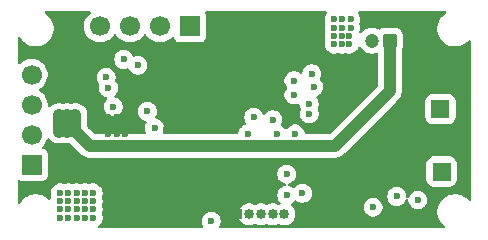
<source format=gbr>
%TF.GenerationSoftware,KiCad,Pcbnew,9.0.4*%
%TF.CreationDate,2025-10-30T10:47:44-04:00*%
%TF.ProjectId,SERVO-ESC,53455256-4f2d-4455-9343-2e6b69636164,rev?*%
%TF.SameCoordinates,Original*%
%TF.FileFunction,Copper,L3,Inr*%
%TF.FilePolarity,Positive*%
%FSLAX46Y46*%
G04 Gerber Fmt 4.6, Leading zero omitted, Abs format (unit mm)*
G04 Created by KiCad (PCBNEW 9.0.4) date 2025-10-30 10:47:44*
%MOMM*%
%LPD*%
G01*
G04 APERTURE LIST*
G04 Aperture macros list*
%AMRoundRect*
0 Rectangle with rounded corners*
0 $1 Rounding radius*
0 $2 $3 $4 $5 $6 $7 $8 $9 X,Y pos of 4 corners*
0 Add a 4 corners polygon primitive as box body*
4,1,4,$2,$3,$4,$5,$6,$7,$8,$9,$2,$3,0*
0 Add four circle primitives for the rounded corners*
1,1,$1+$1,$2,$3*
1,1,$1+$1,$4,$5*
1,1,$1+$1,$6,$7*
1,1,$1+$1,$8,$9*
0 Add four rect primitives between the rounded corners*
20,1,$1+$1,$2,$3,$4,$5,0*
20,1,$1+$1,$4,$5,$6,$7,0*
20,1,$1+$1,$6,$7,$8,$9,0*
20,1,$1+$1,$8,$9,$2,$3,0*%
G04 Aperture macros list end*
%TA.AperFunction,ComponentPad*%
%ADD10RoundRect,0.250000X0.350000X0.350000X-0.350000X0.350000X-0.350000X-0.350000X0.350000X-0.350000X0*%
%TD*%
%TA.AperFunction,ComponentPad*%
%ADD11C,1.200000*%
%TD*%
%TA.AperFunction,ComponentPad*%
%ADD12RoundRect,0.250000X-0.550000X-0.550000X0.550000X-0.550000X0.550000X0.550000X-0.550000X0.550000X0*%
%TD*%
%TA.AperFunction,ComponentPad*%
%ADD13R,0.850000X0.850000*%
%TD*%
%TA.AperFunction,ComponentPad*%
%ADD14C,0.850000*%
%TD*%
%TA.AperFunction,ComponentPad*%
%ADD15R,1.700000X1.700000*%
%TD*%
%TA.AperFunction,ComponentPad*%
%ADD16C,1.700000*%
%TD*%
%TA.AperFunction,ViaPad*%
%ADD17C,0.600000*%
%TD*%
%TA.AperFunction,Conductor*%
%ADD18C,1.000000*%
%TD*%
G04 APERTURE END LIST*
D10*
%TO.N,+7V*%
%TO.C,C4*%
X81522600Y-33600000D03*
D11*
%TO.N,GND*%
X80022600Y-33600000D03*
%TD*%
D12*
%TO.N,HBRIDGE+*%
%TO.C,J6*%
X85900000Y-44700000D03*
%TD*%
%TO.N,HBRIDGE-*%
%TO.C,J5*%
X85800000Y-39400000D03*
%TD*%
D13*
%TO.N,+3.3V*%
%TO.C,MAG*%
X68600000Y-48310000D03*
D14*
%TO.N,GND*%
X69600000Y-48310000D03*
%TO.N,MAG-SCLK*%
X70600000Y-48310000D03*
%TO.N,MAG-MISO*%
X71600000Y-48310000D03*
%TO.N,MAG-MOSI*%
X72600000Y-48310000D03*
%TD*%
D15*
%TO.N,GND*%
%TO.C,J1*%
X51200000Y-44110000D03*
D16*
%TO.N,I2C-SCL-2*%
X51200000Y-41570000D03*
%TO.N,I2C-SDA-2*%
X51200000Y-39030000D03*
%TO.N,+SV*%
X51200000Y-36490000D03*
%TD*%
D15*
%TO.N,SWCLK*%
%TO.C,J2*%
X64600000Y-32400000D03*
D16*
%TO.N,SWDIO*%
X62060000Y-32400000D03*
%TO.N,GND*%
X59520000Y-32400000D03*
%TO.N,3.3V*%
X56980000Y-32400000D03*
%TD*%
D17*
%TO.N,GND*%
X56400000Y-48600000D03*
X55700000Y-48600000D03*
X55000000Y-48600000D03*
X54300000Y-48600000D03*
X53600000Y-48600000D03*
X56400000Y-47900000D03*
X56400000Y-47200000D03*
X56400000Y-46500000D03*
X55700000Y-47900000D03*
X55000000Y-47900000D03*
X54300000Y-47900000D03*
X53600000Y-47900000D03*
X55700000Y-47200000D03*
X55000000Y-47200000D03*
X54300000Y-47200000D03*
X53600000Y-47200000D03*
X55700000Y-46500000D03*
X55000000Y-46500000D03*
X54300000Y-46500000D03*
X53600000Y-46500000D03*
X78100000Y-33900000D03*
X77500000Y-33900000D03*
X76800000Y-33900000D03*
X78100000Y-33200000D03*
X77500000Y-33200000D03*
X76800000Y-33200000D03*
X78200000Y-32500000D03*
X77500000Y-32500000D03*
X76800000Y-32500000D03*
X78200000Y-31800000D03*
X77500000Y-31800000D03*
X76800000Y-31800000D03*
%TO.N,+3.3V*%
X68100000Y-33500000D03*
%TO.N,TMP102-INT*%
X70000000Y-40100000D03*
X61600000Y-41000000D03*
X61000000Y-39600000D03*
%TO.N,HBRIDGE-FAULT*%
X74124265Y-46524265D03*
%TO.N,HBRIDGE-VREF*%
X72800000Y-46700000D03*
%TO.N,HBRIDGE-IPROPI*%
X72800000Y-44900000D03*
%TO.N,MAG-MISO*%
X71950000Y-41501000D03*
%TO.N,MAG-MOSI*%
X73500000Y-41501000D03*
%TO.N,MAG-SCLK*%
X71600000Y-40300000D03*
%TO.N,+3.3V*%
X75200000Y-45900000D03*
X78000000Y-35900000D03*
X62600000Y-41200000D03*
%TO.N,RGB-LED-RED*%
X69500000Y-41500000D03*
%TO.N,+3.3V*%
X61100000Y-34500000D03*
%TO.N,I2C-SCL-1*%
X73400000Y-38200000D03*
%TO.N,I2C-SDA-1*%
X73400000Y-37000000D03*
%TO.N,I2C-SCL-1*%
X57700000Y-37600000D03*
%TO.N,RGB-LED-RED*%
X66400000Y-48900000D03*
%TO.N,SWCLK*%
X74900000Y-36400000D03*
%TO.N,SWDIO*%
X75100000Y-37500000D03*
%TO.N,I2C-SCL-2*%
X74700000Y-39800003D03*
%TO.N,I2C-SDA-2*%
X74700000Y-39000000D03*
%TO.N,+3.3V*%
X84800000Y-48600000D03*
%TO.N,HBRIDGE-VREF*%
X82100000Y-46800000D03*
%TO.N,HBRIDGE-IPROPI*%
X83900000Y-47100000D03*
%TO.N,+3.3V*%
X75400000Y-33500000D03*
X75400000Y-32600000D03*
X79300000Y-37500000D03*
%TO.N,HBRIDGE-FAULT*%
X80100000Y-47700000D03*
%TO.N,+3.3V*%
X57700000Y-41500000D03*
X59100000Y-41500000D03*
X58400000Y-41500000D03*
X59100000Y-40800000D03*
X58400000Y-40800000D03*
X57700000Y-40800000D03*
X57000000Y-40800000D03*
X56200000Y-40800000D03*
X59100000Y-40100000D03*
X58400000Y-40100000D03*
X57700000Y-40100000D03*
X57000000Y-40100000D03*
X56250000Y-40100000D03*
%TO.N,GND*%
X58100000Y-39200000D03*
%TO.N,+7V*%
X54900000Y-41300000D03*
X54200000Y-41300000D03*
X53500000Y-41300000D03*
X54900000Y-40600000D03*
X54200000Y-40600000D03*
X53500000Y-40600000D03*
X54900000Y-39900000D03*
X54200000Y-39900000D03*
X53500000Y-39900000D03*
%TO.N,GND*%
X57500000Y-36700000D03*
%TO.N,I2C-SDA-1*%
X60200000Y-35700000D03*
%TO.N,INA236-INT*%
X59000000Y-35200000D03*
%TD*%
D18*
%TO.N,+7V*%
X81522600Y-37877400D02*
X81522600Y-33600000D01*
X76899000Y-42501000D02*
X81522600Y-37877400D01*
X56101000Y-42501000D02*
X76899000Y-42501000D01*
X54200000Y-40600000D02*
X56101000Y-42501000D01*
X54900000Y-39900000D02*
X54900000Y-41300000D01*
X54200000Y-39900000D02*
X54200000Y-41300000D01*
X53500000Y-39900000D02*
X53500000Y-41300000D01*
%TD*%
%TA.AperFunction,Conductor*%
%TO.N,+3.3V*%
G36*
X86246488Y-31120185D02*
G01*
X86292243Y-31172989D01*
X86302187Y-31242147D01*
X86273162Y-31305703D01*
X86252337Y-31324815D01*
X86072490Y-31455483D01*
X86072488Y-31455485D01*
X86072487Y-31455485D01*
X85905485Y-31622487D01*
X85905485Y-31622488D01*
X85905483Y-31622490D01*
X85892104Y-31640905D01*
X85766657Y-31813566D01*
X85659433Y-32024003D01*
X85586446Y-32248631D01*
X85549500Y-32481902D01*
X85549500Y-32718097D01*
X85586446Y-32951368D01*
X85659433Y-33175996D01*
X85751906Y-33357482D01*
X85766657Y-33386433D01*
X85905483Y-33577510D01*
X86072490Y-33744517D01*
X86263567Y-33883343D01*
X86362991Y-33934002D01*
X86474003Y-33990566D01*
X86474005Y-33990566D01*
X86474008Y-33990568D01*
X86572115Y-34022445D01*
X86698631Y-34063553D01*
X86931903Y-34100500D01*
X86931908Y-34100500D01*
X87168097Y-34100500D01*
X87401368Y-34063553D01*
X87625992Y-33990568D01*
X87836433Y-33883343D01*
X88027510Y-33744517D01*
X88187819Y-33584208D01*
X88249142Y-33550723D01*
X88318834Y-33555707D01*
X88374767Y-33597579D01*
X88399184Y-33663043D01*
X88399500Y-33671889D01*
X88399500Y-47028111D01*
X88379815Y-47095150D01*
X88327011Y-47140905D01*
X88257853Y-47150849D01*
X88194297Y-47121824D01*
X88187819Y-47115792D01*
X88027512Y-46955485D01*
X88027510Y-46955483D01*
X87836433Y-46816657D01*
X87625996Y-46709433D01*
X87401368Y-46636446D01*
X87168097Y-46599500D01*
X87168092Y-46599500D01*
X86931908Y-46599500D01*
X86931903Y-46599500D01*
X86698631Y-46636446D01*
X86474003Y-46709433D01*
X86263566Y-46816657D01*
X86217674Y-46850000D01*
X86072490Y-46955483D01*
X86072488Y-46955485D01*
X86072487Y-46955485D01*
X85905485Y-47122487D01*
X85905485Y-47122488D01*
X85905483Y-47122490D01*
X85856647Y-47189707D01*
X85766657Y-47313566D01*
X85659433Y-47524003D01*
X85586446Y-47748631D01*
X85549500Y-47981902D01*
X85549500Y-48218097D01*
X85586446Y-48451368D01*
X85659433Y-48675996D01*
X85739685Y-48833497D01*
X85766657Y-48886433D01*
X85905483Y-49077510D01*
X86072490Y-49244517D01*
X86110865Y-49272398D01*
X86114697Y-49275182D01*
X86157362Y-49330513D01*
X86163341Y-49400126D01*
X86130735Y-49461921D01*
X86069896Y-49496278D01*
X86041811Y-49499500D01*
X67194168Y-49499500D01*
X67127129Y-49479815D01*
X67081374Y-49427011D01*
X67071430Y-49357853D01*
X67091067Y-49306608D01*
X67109389Y-49279187D01*
X67109390Y-49279184D01*
X67109394Y-49279179D01*
X67169737Y-49133497D01*
X67200500Y-48978842D01*
X67200500Y-48821158D01*
X67200500Y-48821155D01*
X67200499Y-48821153D01*
X67187657Y-48756592D01*
X67169737Y-48666503D01*
X67109534Y-48521158D01*
X67109397Y-48520827D01*
X67109390Y-48520814D01*
X67029436Y-48401156D01*
X68674499Y-48401156D01*
X68710065Y-48579952D01*
X68710068Y-48579962D01*
X68779831Y-48748387D01*
X68779833Y-48748391D01*
X68881113Y-48899967D01*
X68881119Y-48899975D01*
X69010024Y-49028880D01*
X69010032Y-49028886D01*
X69161608Y-49130166D01*
X69161612Y-49130168D01*
X69330037Y-49199931D01*
X69330042Y-49199933D01*
X69330046Y-49199933D01*
X69330047Y-49199934D01*
X69508843Y-49235500D01*
X69508846Y-49235500D01*
X69691156Y-49235500D01*
X69811445Y-49211572D01*
X69869958Y-49199933D01*
X70038389Y-49130167D01*
X70038394Y-49130163D01*
X70041541Y-49128482D01*
X70043386Y-49128097D01*
X70044018Y-49127836D01*
X70044067Y-49127955D01*
X70109943Y-49114236D01*
X70158459Y-49128482D01*
X70161615Y-49130169D01*
X70330037Y-49199931D01*
X70330042Y-49199933D01*
X70330046Y-49199933D01*
X70330047Y-49199934D01*
X70508843Y-49235500D01*
X70508846Y-49235500D01*
X70691156Y-49235500D01*
X70811445Y-49211572D01*
X70869958Y-49199933D01*
X71038389Y-49130167D01*
X71038394Y-49130163D01*
X71041541Y-49128482D01*
X71043386Y-49128097D01*
X71044018Y-49127836D01*
X71044067Y-49127955D01*
X71109943Y-49114236D01*
X71158459Y-49128482D01*
X71161615Y-49130169D01*
X71330037Y-49199931D01*
X71330042Y-49199933D01*
X71330046Y-49199933D01*
X71330047Y-49199934D01*
X71508843Y-49235500D01*
X71508846Y-49235500D01*
X71691156Y-49235500D01*
X71811445Y-49211572D01*
X71869958Y-49199933D01*
X72038389Y-49130167D01*
X72038394Y-49130163D01*
X72041541Y-49128482D01*
X72043386Y-49128097D01*
X72044018Y-49127836D01*
X72044067Y-49127955D01*
X72109943Y-49114236D01*
X72158459Y-49128482D01*
X72161615Y-49130169D01*
X72330037Y-49199931D01*
X72330042Y-49199933D01*
X72330046Y-49199933D01*
X72330047Y-49199934D01*
X72508843Y-49235500D01*
X72508846Y-49235500D01*
X72691156Y-49235500D01*
X72811445Y-49211572D01*
X72869958Y-49199933D01*
X73030369Y-49133489D01*
X73038387Y-49130168D01*
X73038391Y-49130166D01*
X73182695Y-49033745D01*
X73189972Y-49028883D01*
X73318883Y-48899972D01*
X73394465Y-48786855D01*
X73420166Y-48748391D01*
X73420168Y-48748387D01*
X73489931Y-48579962D01*
X73489933Y-48579958D01*
X73501698Y-48520814D01*
X73525500Y-48401156D01*
X73525500Y-48218843D01*
X73489934Y-48040047D01*
X73489933Y-48040046D01*
X73489933Y-48040042D01*
X73464584Y-47978844D01*
X73420168Y-47871612D01*
X73420166Y-47871608D01*
X73318886Y-47720032D01*
X73318880Y-47720024D01*
X73301760Y-47702904D01*
X73301760Y-47702905D01*
X73220008Y-47621153D01*
X79299500Y-47621153D01*
X79299500Y-47778846D01*
X79330261Y-47933489D01*
X79330264Y-47933501D01*
X79390602Y-48079172D01*
X79390609Y-48079185D01*
X79478210Y-48210288D01*
X79478213Y-48210292D01*
X79589707Y-48321786D01*
X79589711Y-48321789D01*
X79720814Y-48409390D01*
X79720827Y-48409397D01*
X79866498Y-48469735D01*
X79866503Y-48469737D01*
X79999943Y-48496280D01*
X80021153Y-48500499D01*
X80021156Y-48500500D01*
X80021158Y-48500500D01*
X80178844Y-48500500D01*
X80178845Y-48500499D01*
X80333497Y-48469737D01*
X80479179Y-48409394D01*
X80610289Y-48321789D01*
X80721789Y-48210289D01*
X80809394Y-48079179D01*
X80869737Y-47933497D01*
X80900500Y-47778842D01*
X80900500Y-47621158D01*
X80900500Y-47621155D01*
X80900499Y-47621153D01*
X80882566Y-47530999D01*
X80869737Y-47466503D01*
X80864584Y-47454062D01*
X80809397Y-47320827D01*
X80809390Y-47320814D01*
X80721789Y-47189711D01*
X80721786Y-47189707D01*
X80610292Y-47078213D01*
X80610288Y-47078210D01*
X80479185Y-46990609D01*
X80479172Y-46990602D01*
X80333501Y-46930264D01*
X80333489Y-46930261D01*
X80178845Y-46899500D01*
X80178842Y-46899500D01*
X80021158Y-46899500D01*
X80021155Y-46899500D01*
X79866510Y-46930261D01*
X79866498Y-46930264D01*
X79720827Y-46990602D01*
X79720814Y-46990609D01*
X79589711Y-47078210D01*
X79589707Y-47078213D01*
X79478213Y-47189707D01*
X79478210Y-47189711D01*
X79390609Y-47320814D01*
X79390602Y-47320827D01*
X79330264Y-47466498D01*
X79330261Y-47466510D01*
X79299500Y-47621153D01*
X73220008Y-47621153D01*
X73189972Y-47591117D01*
X73188751Y-47590301D01*
X73183457Y-47585026D01*
X73169414Y-47559418D01*
X73152981Y-47535292D01*
X73152816Y-47529151D01*
X73149862Y-47523763D01*
X73151893Y-47494634D01*
X73151112Y-47465447D01*
X73154294Y-47460190D01*
X73154722Y-47454062D01*
X73172179Y-47430652D01*
X73187301Y-47405680D01*
X73195735Y-47399067D01*
X73196492Y-47398053D01*
X73197522Y-47397666D01*
X73202091Y-47394085D01*
X73254996Y-47358734D01*
X73310289Y-47321789D01*
X73421789Y-47210289D01*
X73441891Y-47180204D01*
X73495502Y-47135400D01*
X73564827Y-47126691D01*
X73613884Y-47145993D01*
X73745079Y-47233655D01*
X73745092Y-47233662D01*
X73890763Y-47294000D01*
X73890768Y-47294002D01*
X74030447Y-47321786D01*
X74045418Y-47324764D01*
X74045421Y-47324765D01*
X74045423Y-47324765D01*
X74203109Y-47324765D01*
X74203110Y-47324764D01*
X74357762Y-47294002D01*
X74503444Y-47233659D01*
X74634554Y-47146054D01*
X74746054Y-47034554D01*
X74833659Y-46903444D01*
X74894002Y-46757762D01*
X74901284Y-46721153D01*
X81299500Y-46721153D01*
X81299500Y-46878846D01*
X81330261Y-47033489D01*
X81330264Y-47033501D01*
X81390602Y-47179172D01*
X81390609Y-47179185D01*
X81478210Y-47310288D01*
X81478213Y-47310292D01*
X81589707Y-47421786D01*
X81589711Y-47421789D01*
X81720814Y-47509390D01*
X81720827Y-47509397D01*
X81866498Y-47569735D01*
X81866503Y-47569737D01*
X81973967Y-47591113D01*
X82021153Y-47600499D01*
X82021156Y-47600500D01*
X82021158Y-47600500D01*
X82178844Y-47600500D01*
X82178845Y-47600499D01*
X82333497Y-47569737D01*
X82479179Y-47509394D01*
X82610289Y-47421789D01*
X82721789Y-47310289D01*
X82809394Y-47179179D01*
X82823140Y-47145993D01*
X82860939Y-47054738D01*
X82904779Y-47000334D01*
X82971074Y-46978269D01*
X83038773Y-46995548D01*
X83086384Y-47046685D01*
X83099500Y-47102190D01*
X83099500Y-47178846D01*
X83130261Y-47333489D01*
X83130264Y-47333501D01*
X83190602Y-47479172D01*
X83190609Y-47479185D01*
X83278210Y-47610288D01*
X83278213Y-47610292D01*
X83389707Y-47721786D01*
X83389711Y-47721789D01*
X83520814Y-47809390D01*
X83520827Y-47809397D01*
X83666498Y-47869735D01*
X83666503Y-47869737D01*
X83821153Y-47900499D01*
X83821156Y-47900500D01*
X83821158Y-47900500D01*
X83978844Y-47900500D01*
X83978845Y-47900499D01*
X84133497Y-47869737D01*
X84279179Y-47809394D01*
X84410289Y-47721789D01*
X84521789Y-47610289D01*
X84609394Y-47479179D01*
X84611828Y-47473304D01*
X84631205Y-47426522D01*
X84669737Y-47333497D01*
X84700500Y-47178842D01*
X84700500Y-47021158D01*
X84700500Y-47021155D01*
X84700499Y-47021153D01*
X84677085Y-46903444D01*
X84669737Y-46866503D01*
X84643246Y-46802547D01*
X84609397Y-46720827D01*
X84609390Y-46720814D01*
X84521789Y-46589711D01*
X84521786Y-46589707D01*
X84410292Y-46478213D01*
X84410288Y-46478210D01*
X84279185Y-46390609D01*
X84279172Y-46390602D01*
X84133501Y-46330264D01*
X84133489Y-46330261D01*
X83978845Y-46299500D01*
X83978842Y-46299500D01*
X83821158Y-46299500D01*
X83821155Y-46299500D01*
X83666510Y-46330261D01*
X83666498Y-46330264D01*
X83520827Y-46390602D01*
X83520814Y-46390609D01*
X83389711Y-46478210D01*
X83389707Y-46478213D01*
X83278213Y-46589707D01*
X83278210Y-46589711D01*
X83190609Y-46720814D01*
X83190602Y-46720827D01*
X83139061Y-46845261D01*
X83095220Y-46899665D01*
X83028926Y-46921730D01*
X82961227Y-46904451D01*
X82913616Y-46853314D01*
X82900500Y-46797809D01*
X82900500Y-46721155D01*
X82900499Y-46721153D01*
X82883650Y-46636447D01*
X82869737Y-46566503D01*
X82869735Y-46566498D01*
X82809397Y-46420827D01*
X82809390Y-46420814D01*
X82721789Y-46289711D01*
X82721786Y-46289707D01*
X82610292Y-46178213D01*
X82610288Y-46178210D01*
X82479185Y-46090609D01*
X82479172Y-46090602D01*
X82333501Y-46030264D01*
X82333489Y-46030261D01*
X82178845Y-45999500D01*
X82178842Y-45999500D01*
X82021158Y-45999500D01*
X82021155Y-45999500D01*
X81866510Y-46030261D01*
X81866498Y-46030264D01*
X81720827Y-46090602D01*
X81720814Y-46090609D01*
X81589711Y-46178210D01*
X81589707Y-46178213D01*
X81478213Y-46289707D01*
X81478210Y-46289711D01*
X81390609Y-46420814D01*
X81390602Y-46420827D01*
X81330264Y-46566498D01*
X81330261Y-46566510D01*
X81299500Y-46721153D01*
X74901284Y-46721153D01*
X74903615Y-46709433D01*
X74907307Y-46690875D01*
X74907307Y-46690874D01*
X74924765Y-46603109D01*
X74924765Y-46445420D01*
X74924764Y-46445418D01*
X74919937Y-46421153D01*
X74894002Y-46290768D01*
X74883949Y-46266498D01*
X74833662Y-46145092D01*
X74833655Y-46145079D01*
X74746054Y-46013976D01*
X74746051Y-46013972D01*
X74634557Y-45902478D01*
X74634553Y-45902475D01*
X74503450Y-45814874D01*
X74503437Y-45814867D01*
X74357766Y-45754529D01*
X74357754Y-45754526D01*
X74203110Y-45723765D01*
X74203107Y-45723765D01*
X74045423Y-45723765D01*
X74045420Y-45723765D01*
X73890775Y-45754526D01*
X73890763Y-45754529D01*
X73745092Y-45814867D01*
X73745079Y-45814874D01*
X73613976Y-45902475D01*
X73613972Y-45902478D01*
X73502476Y-46013974D01*
X73482372Y-46044062D01*
X73428758Y-46088866D01*
X73359433Y-46097572D01*
X73310380Y-46078271D01*
X73179185Y-45990609D01*
X73179172Y-45990602D01*
X73033501Y-45930264D01*
X73033489Y-45930261D01*
X72990033Y-45921617D01*
X72928122Y-45889232D01*
X72893548Y-45828517D01*
X72897287Y-45758747D01*
X72938154Y-45702075D01*
X72990033Y-45678383D01*
X73007940Y-45674820D01*
X73033497Y-45669737D01*
X73179179Y-45609394D01*
X73310289Y-45521789D01*
X73421789Y-45410289D01*
X73509394Y-45279179D01*
X73569737Y-45133497D01*
X73600500Y-44978842D01*
X73600500Y-44821158D01*
X73600500Y-44821155D01*
X73600499Y-44821153D01*
X73569738Y-44666510D01*
X73569737Y-44666503D01*
X73569735Y-44666498D01*
X73509397Y-44520827D01*
X73509390Y-44520814D01*
X73421789Y-44389711D01*
X73421786Y-44389707D01*
X73310292Y-44278213D01*
X73310288Y-44278210D01*
X73193191Y-44199968D01*
X73193142Y-44199936D01*
X73179179Y-44190606D01*
X73179172Y-44190602D01*
X73033501Y-44130264D01*
X73033489Y-44130261D01*
X72881273Y-44099983D01*
X84599500Y-44099983D01*
X84599500Y-45300001D01*
X84599501Y-45300018D01*
X84610000Y-45402796D01*
X84610001Y-45402799D01*
X84634052Y-45475379D01*
X84665186Y-45569334D01*
X84757288Y-45718656D01*
X84881344Y-45842712D01*
X85030666Y-45934814D01*
X85197203Y-45989999D01*
X85299991Y-46000500D01*
X86500008Y-46000499D01*
X86602797Y-45989999D01*
X86769334Y-45934814D01*
X86918656Y-45842712D01*
X87042712Y-45718656D01*
X87134814Y-45569334D01*
X87189999Y-45402797D01*
X87200500Y-45300009D01*
X87200499Y-44099992D01*
X87189999Y-43997203D01*
X87134814Y-43830666D01*
X87042712Y-43681344D01*
X86918656Y-43557288D01*
X86769334Y-43465186D01*
X86602797Y-43410001D01*
X86602795Y-43410000D01*
X86500010Y-43399500D01*
X85299998Y-43399500D01*
X85299981Y-43399501D01*
X85197203Y-43410000D01*
X85197200Y-43410001D01*
X85030668Y-43465185D01*
X85030663Y-43465187D01*
X84881342Y-43557289D01*
X84757289Y-43681342D01*
X84665187Y-43830663D01*
X84665186Y-43830666D01*
X84610001Y-43997203D01*
X84610001Y-43997204D01*
X84610000Y-43997204D01*
X84599500Y-44099983D01*
X72881273Y-44099983D01*
X72878845Y-44099500D01*
X72878842Y-44099500D01*
X72721158Y-44099500D01*
X72721155Y-44099500D01*
X72566510Y-44130261D01*
X72566498Y-44130264D01*
X72420827Y-44190602D01*
X72420814Y-44190609D01*
X72289711Y-44278210D01*
X72289707Y-44278213D01*
X72178213Y-44389707D01*
X72178210Y-44389711D01*
X72090609Y-44520814D01*
X72090602Y-44520827D01*
X72030264Y-44666498D01*
X72030261Y-44666510D01*
X71999500Y-44821153D01*
X71999500Y-44978846D01*
X72030261Y-45133489D01*
X72030264Y-45133501D01*
X72090602Y-45279172D01*
X72090609Y-45279185D01*
X72178210Y-45410288D01*
X72178213Y-45410292D01*
X72289707Y-45521786D01*
X72289711Y-45521789D01*
X72420814Y-45609390D01*
X72420827Y-45609397D01*
X72566498Y-45669735D01*
X72566503Y-45669737D01*
X72566507Y-45669737D01*
X72566508Y-45669738D01*
X72609967Y-45678383D01*
X72671878Y-45710768D01*
X72706452Y-45771484D01*
X72702712Y-45841253D01*
X72661845Y-45897925D01*
X72609967Y-45921617D01*
X72566508Y-45930261D01*
X72566498Y-45930264D01*
X72420827Y-45990602D01*
X72420814Y-45990609D01*
X72289711Y-46078210D01*
X72289707Y-46078213D01*
X72178213Y-46189707D01*
X72178210Y-46189711D01*
X72090609Y-46320814D01*
X72090602Y-46320827D01*
X72030264Y-46466498D01*
X72030261Y-46466510D01*
X71999500Y-46621153D01*
X71999500Y-46778846D01*
X72030261Y-46933489D01*
X72030264Y-46933501D01*
X72090602Y-47079172D01*
X72090609Y-47079185D01*
X72178210Y-47210288D01*
X72178213Y-47210292D01*
X72239791Y-47271870D01*
X72255035Y-47299788D01*
X72271730Y-47326884D01*
X72271666Y-47330244D01*
X72273276Y-47333193D01*
X72271006Y-47364922D01*
X72270402Y-47396741D01*
X72268531Y-47399533D01*
X72268292Y-47402885D01*
X72249224Y-47428355D01*
X72231517Y-47454790D01*
X72227713Y-47457089D01*
X72226420Y-47458818D01*
X72201468Y-47473304D01*
X72200463Y-47473739D01*
X72161611Y-47489833D01*
X72158343Y-47492015D01*
X72149358Y-47495915D01*
X72119497Y-47499630D01*
X72090040Y-47505761D01*
X72084142Y-47504029D01*
X72080023Y-47504542D01*
X72070775Y-47500104D01*
X72041556Y-47491525D01*
X72038394Y-47489835D01*
X71869958Y-47420067D01*
X71869952Y-47420065D01*
X71691156Y-47384500D01*
X71691154Y-47384500D01*
X71508846Y-47384500D01*
X71508844Y-47384500D01*
X71330047Y-47420065D01*
X71330041Y-47420067D01*
X71161605Y-47489835D01*
X71158444Y-47491525D01*
X71156600Y-47491908D01*
X71155984Y-47492164D01*
X71155935Y-47492047D01*
X71090040Y-47505761D01*
X71041556Y-47491525D01*
X71038394Y-47489835D01*
X70869958Y-47420067D01*
X70869952Y-47420065D01*
X70691156Y-47384500D01*
X70691154Y-47384500D01*
X70508846Y-47384500D01*
X70508844Y-47384500D01*
X70330047Y-47420065D01*
X70330041Y-47420067D01*
X70161605Y-47489835D01*
X70158444Y-47491525D01*
X70156600Y-47491908D01*
X70155984Y-47492164D01*
X70155935Y-47492047D01*
X70090040Y-47505761D01*
X70041556Y-47491525D01*
X70038394Y-47489835D01*
X69869958Y-47420067D01*
X69869952Y-47420065D01*
X69691156Y-47384500D01*
X69691154Y-47384500D01*
X69508846Y-47384500D01*
X69508844Y-47384500D01*
X69330047Y-47420065D01*
X69330037Y-47420068D01*
X69161612Y-47489831D01*
X69161608Y-47489833D01*
X69010032Y-47591113D01*
X69010024Y-47591119D01*
X68881119Y-47720024D01*
X68881113Y-47720032D01*
X68779833Y-47871608D01*
X68779831Y-47871612D01*
X68710068Y-48040037D01*
X68710065Y-48040047D01*
X68674500Y-48218843D01*
X68674500Y-48218846D01*
X68674500Y-48401154D01*
X68674500Y-48401156D01*
X68674499Y-48401156D01*
X67029436Y-48401156D01*
X67021789Y-48389711D01*
X67021786Y-48389707D01*
X66910292Y-48278213D01*
X66910288Y-48278210D01*
X66779185Y-48190609D01*
X66779172Y-48190602D01*
X66633501Y-48130264D01*
X66633489Y-48130261D01*
X66478845Y-48099500D01*
X66478842Y-48099500D01*
X66321158Y-48099500D01*
X66321155Y-48099500D01*
X66166510Y-48130261D01*
X66166498Y-48130264D01*
X66020827Y-48190602D01*
X66020814Y-48190609D01*
X65889711Y-48278210D01*
X65889707Y-48278213D01*
X65778213Y-48389707D01*
X65778210Y-48389711D01*
X65690609Y-48520814D01*
X65690602Y-48520827D01*
X65630264Y-48666498D01*
X65630261Y-48666510D01*
X65599500Y-48821153D01*
X65599500Y-48978846D01*
X65630261Y-49133489D01*
X65630264Y-49133501D01*
X65690602Y-49279172D01*
X65690610Y-49279187D01*
X65708933Y-49306608D01*
X65729812Y-49373285D01*
X65711328Y-49440666D01*
X65659350Y-49487356D01*
X65605832Y-49499500D01*
X56903439Y-49499500D01*
X56836400Y-49479815D01*
X56790645Y-49427011D01*
X56780701Y-49357853D01*
X56809726Y-49294297D01*
X56834548Y-49272398D01*
X56889769Y-49235500D01*
X56910289Y-49221789D01*
X57021789Y-49110289D01*
X57109394Y-48979179D01*
X57169737Y-48833497D01*
X57200500Y-48678842D01*
X57200500Y-48521158D01*
X57200500Y-48521155D01*
X57200499Y-48521153D01*
X57178269Y-48409397D01*
X57169737Y-48366503D01*
X57141134Y-48297450D01*
X57133666Y-48227984D01*
X57141133Y-48202552D01*
X57169737Y-48133497D01*
X57200500Y-47978842D01*
X57200500Y-47821158D01*
X57200500Y-47821155D01*
X57200499Y-47821153D01*
X57195481Y-47795924D01*
X57169737Y-47666503D01*
X57141134Y-47597450D01*
X57133666Y-47527984D01*
X57141133Y-47502552D01*
X57169737Y-47433497D01*
X57200500Y-47278842D01*
X57200500Y-47121158D01*
X57200500Y-47121155D01*
X57200499Y-47121153D01*
X57183061Y-47033489D01*
X57169737Y-46966503D01*
X57141134Y-46897450D01*
X57133666Y-46827984D01*
X57141133Y-46802552D01*
X57169737Y-46733497D01*
X57200500Y-46578842D01*
X57200500Y-46421158D01*
X57200500Y-46421155D01*
X57200499Y-46421153D01*
X57180543Y-46320827D01*
X57169737Y-46266503D01*
X57137929Y-46189711D01*
X57109397Y-46120827D01*
X57109390Y-46120814D01*
X57021789Y-45989711D01*
X57021786Y-45989707D01*
X56910292Y-45878213D01*
X56910288Y-45878210D01*
X56779185Y-45790609D01*
X56779172Y-45790602D01*
X56633501Y-45730264D01*
X56633489Y-45730261D01*
X56478845Y-45699500D01*
X56478842Y-45699500D01*
X56321158Y-45699500D01*
X56321155Y-45699500D01*
X56166511Y-45730260D01*
X56166506Y-45730262D01*
X56166504Y-45730262D01*
X56166503Y-45730263D01*
X56097449Y-45758865D01*
X56027982Y-45766333D01*
X56002552Y-45758865D01*
X55933497Y-45730263D01*
X55933493Y-45730262D01*
X55933488Y-45730260D01*
X55778845Y-45699500D01*
X55778842Y-45699500D01*
X55621158Y-45699500D01*
X55621155Y-45699500D01*
X55466511Y-45730260D01*
X55466506Y-45730262D01*
X55466504Y-45730262D01*
X55466503Y-45730263D01*
X55397449Y-45758865D01*
X55327982Y-45766333D01*
X55302552Y-45758865D01*
X55233497Y-45730263D01*
X55233493Y-45730262D01*
X55233488Y-45730260D01*
X55078845Y-45699500D01*
X55078842Y-45699500D01*
X54921158Y-45699500D01*
X54921155Y-45699500D01*
X54766511Y-45730260D01*
X54766506Y-45730262D01*
X54766504Y-45730262D01*
X54766503Y-45730263D01*
X54697449Y-45758865D01*
X54627982Y-45766333D01*
X54602552Y-45758865D01*
X54533497Y-45730263D01*
X54533493Y-45730262D01*
X54533488Y-45730260D01*
X54378845Y-45699500D01*
X54378842Y-45699500D01*
X54221158Y-45699500D01*
X54221155Y-45699500D01*
X54066511Y-45730260D01*
X54066506Y-45730262D01*
X54066504Y-45730262D01*
X54066503Y-45730263D01*
X53997449Y-45758865D01*
X53927982Y-45766333D01*
X53902552Y-45758865D01*
X53833497Y-45730263D01*
X53833493Y-45730262D01*
X53833488Y-45730260D01*
X53678845Y-45699500D01*
X53678842Y-45699500D01*
X53521158Y-45699500D01*
X53521155Y-45699500D01*
X53366510Y-45730261D01*
X53366498Y-45730264D01*
X53220827Y-45790602D01*
X53220814Y-45790609D01*
X53089711Y-45878210D01*
X53089707Y-45878213D01*
X52978213Y-45989707D01*
X52978210Y-45989711D01*
X52890609Y-46120814D01*
X52890602Y-46120827D01*
X52830264Y-46266498D01*
X52830261Y-46266510D01*
X52799500Y-46421153D01*
X52799500Y-46578846D01*
X52830260Y-46733488D01*
X52830262Y-46733493D01*
X52830263Y-46733497D01*
X52858864Y-46802547D01*
X52858865Y-46802549D01*
X52861838Y-46830208D01*
X52868087Y-46857309D01*
X52865814Y-46867198D01*
X52866333Y-46872018D01*
X52861014Y-46891887D01*
X52860006Y-46894693D01*
X52830263Y-46966503D01*
X52825324Y-46991330D01*
X52822213Y-47000000D01*
X52806830Y-47021089D01*
X52794732Y-47044217D01*
X52786573Y-47048862D01*
X52781040Y-47056449D01*
X52756697Y-47065874D01*
X52734016Y-47078790D01*
X52724640Y-47078287D01*
X52715884Y-47081678D01*
X52690310Y-47076446D01*
X52664247Y-47075049D01*
X52655002Y-47069223D01*
X52647432Y-47067675D01*
X52638101Y-47058573D01*
X52617821Y-47045794D01*
X52527512Y-46955485D01*
X52527510Y-46955483D01*
X52336433Y-46816657D01*
X52125996Y-46709433D01*
X51901368Y-46636446D01*
X51668097Y-46599500D01*
X51668092Y-46599500D01*
X51431908Y-46599500D01*
X51431903Y-46599500D01*
X51198631Y-46636446D01*
X50974003Y-46709433D01*
X50763566Y-46816657D01*
X50717674Y-46850000D01*
X50572490Y-46955483D01*
X50572488Y-46955485D01*
X50572487Y-46955485D01*
X50405485Y-47122487D01*
X50405485Y-47122488D01*
X50405483Y-47122490D01*
X50392104Y-47140905D01*
X50266655Y-47313568D01*
X50234984Y-47375727D01*
X50187010Y-47426522D01*
X50119189Y-47443317D01*
X50053054Y-47420779D01*
X50009603Y-47366064D01*
X50000500Y-47319431D01*
X50000500Y-45542418D01*
X50020185Y-45475379D01*
X50072989Y-45429624D01*
X50142147Y-45419680D01*
X50167833Y-45426236D01*
X50242517Y-45454091D01*
X50242516Y-45454091D01*
X50249444Y-45454835D01*
X50302127Y-45460500D01*
X52097872Y-45460499D01*
X52157483Y-45454091D01*
X52292331Y-45403796D01*
X52407546Y-45317546D01*
X52493796Y-45202331D01*
X52544091Y-45067483D01*
X52550500Y-45007873D01*
X52550499Y-43212128D01*
X52544091Y-43152517D01*
X52538968Y-43138782D01*
X52493797Y-43017671D01*
X52493793Y-43017664D01*
X52407547Y-42902455D01*
X52407544Y-42902452D01*
X52292335Y-42816206D01*
X52292328Y-42816202D01*
X52160917Y-42767189D01*
X52104983Y-42725318D01*
X52080566Y-42659853D01*
X52095418Y-42591580D01*
X52116563Y-42563332D01*
X52230104Y-42449792D01*
X52355051Y-42277816D01*
X52451557Y-42088412D01*
X52494251Y-41957011D01*
X52533687Y-41899339D01*
X52598046Y-41872140D01*
X52666892Y-41884054D01*
X52715284Y-41926442D01*
X52722862Y-41937784D01*
X52862214Y-42077136D01*
X52862218Y-42077139D01*
X53026079Y-42186628D01*
X53026092Y-42186635D01*
X53179416Y-42250143D01*
X53208165Y-42262051D01*
X53208169Y-42262051D01*
X53208170Y-42262052D01*
X53401456Y-42300500D01*
X53401459Y-42300500D01*
X53598543Y-42300500D01*
X53728582Y-42274632D01*
X53791835Y-42262051D01*
X53802544Y-42257614D01*
X53872012Y-42250143D01*
X53897452Y-42257613D01*
X53908165Y-42262051D01*
X53908169Y-42262051D01*
X53908170Y-42262052D01*
X54101456Y-42300500D01*
X54101459Y-42300500D01*
X54298542Y-42300500D01*
X54333983Y-42293449D01*
X54389541Y-42282398D01*
X54459132Y-42288625D01*
X54501414Y-42316334D01*
X55320735Y-43135655D01*
X55320764Y-43135686D01*
X55463214Y-43278136D01*
X55463218Y-43278139D01*
X55627079Y-43387628D01*
X55627092Y-43387635D01*
X55755833Y-43440961D01*
X55809159Y-43463049D01*
X55809164Y-43463051D01*
X55855250Y-43472218D01*
X55892052Y-43479538D01*
X56002456Y-43501500D01*
X56002459Y-43501500D01*
X76997543Y-43501500D01*
X77071069Y-43486874D01*
X77144750Y-43472218D01*
X77190836Y-43463051D01*
X77244165Y-43440961D01*
X77372914Y-43387632D01*
X77536782Y-43278139D01*
X77676139Y-43138782D01*
X77676140Y-43138779D01*
X77683206Y-43131714D01*
X77683209Y-43131710D01*
X82014936Y-38799983D01*
X84499500Y-38799983D01*
X84499500Y-40000001D01*
X84499501Y-40000018D01*
X84510000Y-40102796D01*
X84510001Y-40102799D01*
X84565185Y-40269331D01*
X84565187Y-40269336D01*
X84578308Y-40290609D01*
X84657288Y-40418656D01*
X84781344Y-40542712D01*
X84930666Y-40634814D01*
X85097203Y-40689999D01*
X85199991Y-40700500D01*
X86400008Y-40700499D01*
X86502797Y-40689999D01*
X86669334Y-40634814D01*
X86818656Y-40542712D01*
X86942712Y-40418656D01*
X87034814Y-40269334D01*
X87089999Y-40102797D01*
X87100500Y-40000009D01*
X87100499Y-38799992D01*
X87089999Y-38697203D01*
X87034814Y-38530666D01*
X86942712Y-38381344D01*
X86818656Y-38257288D01*
X86669334Y-38165186D01*
X86502797Y-38110001D01*
X86502795Y-38110000D01*
X86400010Y-38099500D01*
X85199998Y-38099500D01*
X85199981Y-38099501D01*
X85097203Y-38110000D01*
X85097200Y-38110001D01*
X84930668Y-38165185D01*
X84930663Y-38165187D01*
X84781342Y-38257289D01*
X84657289Y-38381342D01*
X84565187Y-38530663D01*
X84565186Y-38530666D01*
X84510001Y-38697203D01*
X84510001Y-38697204D01*
X84510000Y-38697204D01*
X84499500Y-38799983D01*
X82014936Y-38799983D01*
X82160378Y-38654541D01*
X82160382Y-38654539D01*
X82299739Y-38515182D01*
X82409232Y-38351314D01*
X82409233Y-38351311D01*
X82409235Y-38351308D01*
X82448178Y-38257289D01*
X82472115Y-38199500D01*
X82484651Y-38169236D01*
X82523100Y-37975940D01*
X82523100Y-37778860D01*
X82523100Y-34360132D01*
X82541560Y-34295036D01*
X82557414Y-34269334D01*
X82612599Y-34102797D01*
X82623100Y-34000009D01*
X82623099Y-33199992D01*
X82620647Y-33175992D01*
X82612599Y-33097203D01*
X82612598Y-33097200D01*
X82600761Y-33061478D01*
X82557414Y-32930666D01*
X82465312Y-32781344D01*
X82341256Y-32657288D01*
X82216159Y-32580128D01*
X82191936Y-32565187D01*
X82191931Y-32565185D01*
X82190462Y-32564698D01*
X82025397Y-32510001D01*
X82025395Y-32510000D01*
X81922610Y-32499500D01*
X81122598Y-32499500D01*
X81122580Y-32499501D01*
X81019803Y-32510000D01*
X81019800Y-32510001D01*
X80853268Y-32565185D01*
X80853259Y-32565189D01*
X80714637Y-32650692D01*
X80647245Y-32669132D01*
X80593247Y-32655638D01*
X80445050Y-32580129D01*
X80445047Y-32580128D01*
X80445045Y-32580127D01*
X80280301Y-32526598D01*
X80280299Y-32526597D01*
X80280298Y-32526597D01*
X80148871Y-32505781D01*
X80109211Y-32499500D01*
X79935989Y-32499500D01*
X79896328Y-32505781D01*
X79764902Y-32526597D01*
X79764899Y-32526598D01*
X79604098Y-32578846D01*
X79600152Y-32580128D01*
X79445811Y-32658768D01*
X79366710Y-32716239D01*
X79305672Y-32760586D01*
X79305670Y-32760588D01*
X79305669Y-32760588D01*
X79183188Y-32883069D01*
X79183181Y-32883078D01*
X79158341Y-32917267D01*
X79103011Y-32959933D01*
X79033398Y-32965911D01*
X78971603Y-32933304D01*
X78937246Y-32872465D01*
X78941236Y-32802710D01*
X78943463Y-32796929D01*
X78969735Y-32733501D01*
X78969737Y-32733497D01*
X79000500Y-32578842D01*
X79000500Y-32421158D01*
X79000500Y-32421155D01*
X79000499Y-32421153D01*
X78975149Y-32293713D01*
X78969737Y-32266503D01*
X78941134Y-32197450D01*
X78933666Y-32127984D01*
X78941133Y-32102552D01*
X78969737Y-32033497D01*
X79000500Y-31878842D01*
X79000500Y-31721158D01*
X79000500Y-31721155D01*
X79000499Y-31721153D01*
X78994736Y-31692179D01*
X78969737Y-31566503D01*
X78950240Y-31519433D01*
X78909397Y-31420827D01*
X78909390Y-31420814D01*
X78824248Y-31293391D01*
X78803370Y-31226714D01*
X78821854Y-31159334D01*
X78873833Y-31112643D01*
X78927350Y-31100500D01*
X86179449Y-31100500D01*
X86246488Y-31120185D01*
G37*
%TD.AperFunction*%
%TA.AperFunction,Conductor*%
G36*
X56156406Y-31120185D02*
G01*
X56202161Y-31172989D01*
X56212105Y-31242147D01*
X56183080Y-31305703D01*
X56162252Y-31324819D01*
X56100207Y-31369896D01*
X55949890Y-31520213D01*
X55824951Y-31692179D01*
X55728444Y-31881585D01*
X55662753Y-32083760D01*
X55629500Y-32293713D01*
X55629500Y-32506286D01*
X55660520Y-32702143D01*
X55662754Y-32716243D01*
X55721632Y-32897451D01*
X55728444Y-32918414D01*
X55824951Y-33107820D01*
X55949890Y-33279786D01*
X56100213Y-33430109D01*
X56272179Y-33555048D01*
X56272181Y-33555049D01*
X56272184Y-33555051D01*
X56461588Y-33651557D01*
X56663757Y-33717246D01*
X56873713Y-33750500D01*
X56873714Y-33750500D01*
X57086286Y-33750500D01*
X57086287Y-33750500D01*
X57296243Y-33717246D01*
X57498412Y-33651557D01*
X57687816Y-33555051D01*
X57745159Y-33513389D01*
X57859786Y-33430109D01*
X57859788Y-33430106D01*
X57859792Y-33430104D01*
X58010104Y-33279792D01*
X58010106Y-33279788D01*
X58010109Y-33279786D01*
X58135048Y-33107820D01*
X58135047Y-33107820D01*
X58135051Y-33107816D01*
X58139514Y-33099054D01*
X58187488Y-33048259D01*
X58255308Y-33031463D01*
X58321444Y-33053999D01*
X58360486Y-33099056D01*
X58364951Y-33107820D01*
X58489890Y-33279786D01*
X58640213Y-33430109D01*
X58812179Y-33555048D01*
X58812181Y-33555049D01*
X58812184Y-33555051D01*
X59001588Y-33651557D01*
X59203757Y-33717246D01*
X59413713Y-33750500D01*
X59413714Y-33750500D01*
X59626286Y-33750500D01*
X59626287Y-33750500D01*
X59836243Y-33717246D01*
X60038412Y-33651557D01*
X60227816Y-33555051D01*
X60285159Y-33513389D01*
X60399786Y-33430109D01*
X60399788Y-33430106D01*
X60399792Y-33430104D01*
X60550104Y-33279792D01*
X60550106Y-33279788D01*
X60550109Y-33279786D01*
X60675048Y-33107820D01*
X60675047Y-33107820D01*
X60675051Y-33107816D01*
X60679514Y-33099054D01*
X60727488Y-33048259D01*
X60795308Y-33031463D01*
X60861444Y-33053999D01*
X60900486Y-33099056D01*
X60904951Y-33107820D01*
X61029890Y-33279786D01*
X61180213Y-33430109D01*
X61352179Y-33555048D01*
X61352181Y-33555049D01*
X61352184Y-33555051D01*
X61541588Y-33651557D01*
X61743757Y-33717246D01*
X61953713Y-33750500D01*
X61953714Y-33750500D01*
X62166286Y-33750500D01*
X62166287Y-33750500D01*
X62376243Y-33717246D01*
X62578412Y-33651557D01*
X62767816Y-33555051D01*
X62935122Y-33433497D01*
X62939784Y-33430110D01*
X62939784Y-33430109D01*
X62939792Y-33430104D01*
X63053329Y-33316566D01*
X63114648Y-33283084D01*
X63184340Y-33288068D01*
X63240274Y-33329939D01*
X63257189Y-33360917D01*
X63306202Y-33492328D01*
X63306206Y-33492335D01*
X63392452Y-33607544D01*
X63392455Y-33607547D01*
X63507664Y-33693793D01*
X63507671Y-33693797D01*
X63642517Y-33744091D01*
X63642516Y-33744091D01*
X63646451Y-33744514D01*
X63702127Y-33750500D01*
X65497872Y-33750499D01*
X65557483Y-33744091D01*
X65692331Y-33693796D01*
X65807546Y-33607546D01*
X65893796Y-33492331D01*
X65944091Y-33357483D01*
X65950500Y-33297873D01*
X65950499Y-31502128D01*
X65944091Y-31442517D01*
X65936001Y-31420827D01*
X65893797Y-31307671D01*
X65893793Y-31307665D01*
X65887165Y-31298810D01*
X65862748Y-31233346D01*
X65877600Y-31165073D01*
X65927005Y-31115668D01*
X65986432Y-31100500D01*
X76072650Y-31100500D01*
X76139689Y-31120185D01*
X76185444Y-31172989D01*
X76195388Y-31242147D01*
X76175752Y-31293391D01*
X76090609Y-31420814D01*
X76090602Y-31420827D01*
X76030264Y-31566498D01*
X76030261Y-31566510D01*
X75999500Y-31721153D01*
X75999500Y-31878846D01*
X76030260Y-32033488D01*
X76030262Y-32033493D01*
X76030263Y-32033497D01*
X76058864Y-32102547D01*
X76058865Y-32102549D01*
X76066333Y-32172018D01*
X76058865Y-32197447D01*
X76030263Y-32266503D01*
X76030262Y-32266506D01*
X76030260Y-32266511D01*
X75999500Y-32421153D01*
X75999500Y-32578846D01*
X76030260Y-32733488D01*
X76030262Y-32733493D01*
X76030263Y-32733497D01*
X76056537Y-32796929D01*
X76058865Y-32802549D01*
X76066333Y-32872018D01*
X76058865Y-32897447D01*
X76030508Y-32965911D01*
X76030262Y-32966506D01*
X76030260Y-32966511D01*
X75999500Y-33121153D01*
X75999500Y-33278846D01*
X76030260Y-33433488D01*
X76030262Y-33433493D01*
X76030263Y-33433497D01*
X76054634Y-33492335D01*
X76058865Y-33502549D01*
X76066333Y-33572018D01*
X76058865Y-33597447D01*
X76054683Y-33607547D01*
X76030262Y-33666506D01*
X76030260Y-33666511D01*
X75999500Y-33821153D01*
X75999500Y-33978846D01*
X76030261Y-34133489D01*
X76030264Y-34133501D01*
X76090602Y-34279172D01*
X76090609Y-34279185D01*
X76178210Y-34410288D01*
X76178213Y-34410292D01*
X76289707Y-34521786D01*
X76289711Y-34521789D01*
X76420814Y-34609390D01*
X76420827Y-34609397D01*
X76513001Y-34647576D01*
X76566503Y-34669737D01*
X76721153Y-34700499D01*
X76721156Y-34700500D01*
X76721158Y-34700500D01*
X76878844Y-34700500D01*
X76878845Y-34700499D01*
X77033497Y-34669737D01*
X77102549Y-34641134D01*
X77172016Y-34633666D01*
X77197447Y-34641133D01*
X77266503Y-34669737D01*
X77421153Y-34700499D01*
X77421156Y-34700500D01*
X77421158Y-34700500D01*
X77578844Y-34700500D01*
X77578845Y-34700499D01*
X77733497Y-34669737D01*
X77752547Y-34661845D01*
X77822016Y-34654377D01*
X77847452Y-34661845D01*
X77866503Y-34669737D01*
X78021153Y-34700499D01*
X78021156Y-34700500D01*
X78021158Y-34700500D01*
X78178844Y-34700500D01*
X78178845Y-34700499D01*
X78333497Y-34669737D01*
X78479179Y-34609394D01*
X78610289Y-34521789D01*
X78721789Y-34410289D01*
X78809394Y-34279179D01*
X78851811Y-34176772D01*
X78895650Y-34122373D01*
X78961944Y-34100307D01*
X79029643Y-34117586D01*
X79076855Y-34167931D01*
X79081368Y-34176788D01*
X79183186Y-34316928D01*
X79305672Y-34439414D01*
X79445812Y-34541232D01*
X79600155Y-34619873D01*
X79764899Y-34673402D01*
X79935989Y-34700500D01*
X79935990Y-34700500D01*
X80109210Y-34700500D01*
X80109211Y-34700500D01*
X80280301Y-34673402D01*
X80359784Y-34647575D01*
X80429622Y-34645581D01*
X80489455Y-34681661D01*
X80520284Y-34744361D01*
X80522100Y-34765507D01*
X80522100Y-37411618D01*
X80502415Y-37478657D01*
X80485781Y-37499299D01*
X76520899Y-41464181D01*
X76459576Y-41497666D01*
X76433218Y-41500500D01*
X74417848Y-41500500D01*
X74350809Y-41480815D01*
X74305054Y-41428011D01*
X74296231Y-41400692D01*
X74269738Y-41267508D01*
X74269737Y-41267507D01*
X74269737Y-41267503D01*
X74255653Y-41233501D01*
X74209397Y-41121827D01*
X74209390Y-41121814D01*
X74121789Y-40990711D01*
X74121786Y-40990707D01*
X74010292Y-40879213D01*
X74010288Y-40879210D01*
X73879185Y-40791609D01*
X73879172Y-40791602D01*
X73733501Y-40731264D01*
X73733489Y-40731261D01*
X73578845Y-40700500D01*
X73578842Y-40700500D01*
X73421158Y-40700500D01*
X73421155Y-40700500D01*
X73266510Y-40731261D01*
X73266498Y-40731264D01*
X73120827Y-40791602D01*
X73120814Y-40791609D01*
X72989711Y-40879210D01*
X72989707Y-40879213D01*
X72878213Y-40990707D01*
X72878210Y-40990711D01*
X72828102Y-41065703D01*
X72774489Y-41110508D01*
X72705164Y-41119215D01*
X72642137Y-41089060D01*
X72621898Y-41065703D01*
X72571789Y-40990711D01*
X72571786Y-40990707D01*
X72460292Y-40879213D01*
X72460288Y-40879210D01*
X72361822Y-40813417D01*
X72317017Y-40759805D01*
X72308310Y-40690480D01*
X72316150Y-40662867D01*
X72369737Y-40533497D01*
X72400500Y-40378842D01*
X72400500Y-40221158D01*
X72400500Y-40221155D01*
X72400499Y-40221153D01*
X72394206Y-40189516D01*
X72369737Y-40066503D01*
X72367089Y-40060109D01*
X72309397Y-39920827D01*
X72309390Y-39920814D01*
X72221789Y-39789711D01*
X72221786Y-39789707D01*
X72110292Y-39678213D01*
X72110288Y-39678210D01*
X71979185Y-39590609D01*
X71979172Y-39590602D01*
X71833501Y-39530264D01*
X71833489Y-39530261D01*
X71678845Y-39499500D01*
X71678842Y-39499500D01*
X71521158Y-39499500D01*
X71521155Y-39499500D01*
X71366510Y-39530261D01*
X71366498Y-39530264D01*
X71220827Y-39590602D01*
X71220814Y-39590609D01*
X71089711Y-39678210D01*
X71089707Y-39678213D01*
X70978213Y-39789707D01*
X70978209Y-39789712D01*
X70958763Y-39818814D01*
X70905149Y-39863618D01*
X70835824Y-39872323D01*
X70772797Y-39842166D01*
X70741102Y-39797373D01*
X70709394Y-39720821D01*
X70709390Y-39720814D01*
X70621789Y-39589711D01*
X70621786Y-39589707D01*
X70510292Y-39478213D01*
X70510288Y-39478210D01*
X70379185Y-39390609D01*
X70379172Y-39390602D01*
X70233501Y-39330264D01*
X70233489Y-39330261D01*
X70078845Y-39299500D01*
X70078842Y-39299500D01*
X69921158Y-39299500D01*
X69921155Y-39299500D01*
X69766510Y-39330261D01*
X69766498Y-39330264D01*
X69620827Y-39390602D01*
X69620814Y-39390609D01*
X69489711Y-39478210D01*
X69489707Y-39478213D01*
X69378213Y-39589707D01*
X69378210Y-39589711D01*
X69290609Y-39720814D01*
X69290602Y-39720827D01*
X69230264Y-39866498D01*
X69230261Y-39866510D01*
X69199500Y-40021153D01*
X69199500Y-40178846D01*
X69230261Y-40333489D01*
X69230264Y-40333501D01*
X69290602Y-40479172D01*
X69290609Y-40479185D01*
X69333149Y-40542850D01*
X69354027Y-40609528D01*
X69335542Y-40676908D01*
X69283564Y-40723598D01*
X69267987Y-40729647D01*
X69120827Y-40790602D01*
X69120814Y-40790609D01*
X68989711Y-40878210D01*
X68989707Y-40878213D01*
X68878213Y-40989707D01*
X68878210Y-40989711D01*
X68790609Y-41120814D01*
X68790602Y-41120827D01*
X68730264Y-41266498D01*
X68730261Y-41266510D01*
X68703571Y-41400691D01*
X68671186Y-41462602D01*
X68610471Y-41497176D01*
X68581954Y-41500500D01*
X62444720Y-41500500D01*
X62377681Y-41480815D01*
X62331926Y-41428011D01*
X62321982Y-41358853D01*
X62330159Y-41329048D01*
X62356063Y-41266510D01*
X62369737Y-41233497D01*
X62400500Y-41078842D01*
X62400500Y-40921158D01*
X62400500Y-40921155D01*
X62400499Y-40921153D01*
X62393423Y-40885580D01*
X62369737Y-40766503D01*
X62355140Y-40731263D01*
X62309397Y-40620827D01*
X62309390Y-40620814D01*
X62221789Y-40489711D01*
X62221786Y-40489707D01*
X62110292Y-40378213D01*
X62110288Y-40378210D01*
X61979185Y-40290609D01*
X61979172Y-40290602D01*
X61833501Y-40230264D01*
X61833491Y-40230261D01*
X61757879Y-40215221D01*
X61695968Y-40182836D01*
X61661394Y-40122120D01*
X61665134Y-40052351D01*
X61678970Y-40024712D01*
X61709389Y-39979187D01*
X61709390Y-39979184D01*
X61709394Y-39979179D01*
X61769737Y-39833497D01*
X61800500Y-39678842D01*
X61800500Y-39521158D01*
X61800500Y-39521155D01*
X61800499Y-39521153D01*
X61781587Y-39426079D01*
X61769737Y-39366503D01*
X61761345Y-39346243D01*
X61709397Y-39220827D01*
X61709390Y-39220814D01*
X61621789Y-39089711D01*
X61621786Y-39089707D01*
X61510292Y-38978213D01*
X61510288Y-38978210D01*
X61379185Y-38890609D01*
X61379172Y-38890602D01*
X61233501Y-38830264D01*
X61233489Y-38830261D01*
X61078845Y-38799500D01*
X61078842Y-38799500D01*
X60921158Y-38799500D01*
X60921155Y-38799500D01*
X60766510Y-38830261D01*
X60766498Y-38830264D01*
X60620827Y-38890602D01*
X60620814Y-38890609D01*
X60489711Y-38978210D01*
X60489707Y-38978213D01*
X60378213Y-39089707D01*
X60378210Y-39089711D01*
X60290609Y-39220814D01*
X60290602Y-39220827D01*
X60230264Y-39366498D01*
X60230261Y-39366510D01*
X60199500Y-39521153D01*
X60199500Y-39678846D01*
X60230261Y-39833489D01*
X60230264Y-39833501D01*
X60290602Y-39979172D01*
X60290609Y-39979185D01*
X60378210Y-40110288D01*
X60378213Y-40110292D01*
X60489707Y-40221786D01*
X60489711Y-40221789D01*
X60620814Y-40309390D01*
X60620827Y-40309397D01*
X60708230Y-40345599D01*
X60766503Y-40369737D01*
X60842122Y-40384778D01*
X60904030Y-40417162D01*
X60938604Y-40477878D01*
X60934865Y-40547647D01*
X60921031Y-40575285D01*
X60890608Y-40620816D01*
X60890602Y-40620827D01*
X60830264Y-40766498D01*
X60830261Y-40766510D01*
X60799500Y-40921153D01*
X60799500Y-41078846D01*
X60830261Y-41233489D01*
X60830264Y-41233501D01*
X60869841Y-41329048D01*
X60877310Y-41398517D01*
X60846035Y-41460996D01*
X60785946Y-41496648D01*
X60755280Y-41500500D01*
X56566782Y-41500500D01*
X56499743Y-41480815D01*
X56479101Y-41464181D01*
X55936819Y-40921899D01*
X55903334Y-40860576D01*
X55900500Y-40834218D01*
X55900500Y-39801456D01*
X55862052Y-39608170D01*
X55862051Y-39608169D01*
X55862051Y-39608165D01*
X55844798Y-39566513D01*
X55786635Y-39426092D01*
X55786628Y-39426079D01*
X55677139Y-39262218D01*
X55677136Y-39262214D01*
X55537785Y-39122863D01*
X55537781Y-39122860D01*
X55373920Y-39013371D01*
X55373907Y-39013364D01*
X55191839Y-38937950D01*
X55191829Y-38937947D01*
X54998543Y-38899500D01*
X54998541Y-38899500D01*
X54801459Y-38899500D01*
X54801457Y-38899500D01*
X54608166Y-38937948D01*
X54608164Y-38937948D01*
X54597449Y-38942387D01*
X54527979Y-38949853D01*
X54502551Y-38942387D01*
X54491834Y-38937948D01*
X54298543Y-38899500D01*
X54298541Y-38899500D01*
X54101459Y-38899500D01*
X54101457Y-38899500D01*
X53908166Y-38937948D01*
X53908164Y-38937948D01*
X53897449Y-38942387D01*
X53827979Y-38949853D01*
X53802551Y-38942387D01*
X53791834Y-38937948D01*
X53598543Y-38899500D01*
X53598541Y-38899500D01*
X53401459Y-38899500D01*
X53401457Y-38899500D01*
X53208170Y-38937947D01*
X53208160Y-38937950D01*
X53026092Y-39013364D01*
X53026079Y-39013371D01*
X52862218Y-39122860D01*
X52862214Y-39122863D01*
X52762181Y-39222897D01*
X52700858Y-39256382D01*
X52631166Y-39251398D01*
X52575233Y-39209526D01*
X52550816Y-39144062D01*
X52550500Y-39135216D01*
X52550500Y-38923713D01*
X52535699Y-38830263D01*
X52517246Y-38713757D01*
X52451557Y-38511588D01*
X52355051Y-38322184D01*
X52355049Y-38322181D01*
X52355048Y-38322179D01*
X52230109Y-38150213D01*
X52079786Y-37999890D01*
X51907820Y-37874951D01*
X51907115Y-37874591D01*
X51899054Y-37870485D01*
X51848259Y-37822512D01*
X51831463Y-37754692D01*
X51853999Y-37688556D01*
X51899054Y-37649515D01*
X51907816Y-37645051D01*
X52006103Y-37573642D01*
X52079786Y-37520109D01*
X52079788Y-37520106D01*
X52079792Y-37520104D01*
X52230104Y-37369792D01*
X52230106Y-37369788D01*
X52230109Y-37369786D01*
X52355048Y-37197820D01*
X52355047Y-37197820D01*
X52355051Y-37197816D01*
X52451557Y-37008412D01*
X52517246Y-36806243D01*
X52546562Y-36621153D01*
X56699500Y-36621153D01*
X56699500Y-36778846D01*
X56730261Y-36933489D01*
X56730264Y-36933501D01*
X56790602Y-37079172D01*
X56790609Y-37079185D01*
X56878210Y-37210288D01*
X56878213Y-37210292D01*
X56902184Y-37234263D01*
X56935669Y-37295586D01*
X56931035Y-37360378D01*
X56932030Y-37360680D01*
X56930700Y-37365062D01*
X56930685Y-37365278D01*
X56930466Y-37365833D01*
X56930260Y-37366511D01*
X56899500Y-37521153D01*
X56899500Y-37678846D01*
X56930261Y-37833489D01*
X56930264Y-37833501D01*
X56990602Y-37979172D01*
X56990609Y-37979185D01*
X57078210Y-38110288D01*
X57078213Y-38110292D01*
X57189707Y-38221786D01*
X57189711Y-38221789D01*
X57320814Y-38309390D01*
X57320827Y-38309397D01*
X57422040Y-38351320D01*
X57466503Y-38369737D01*
X57493423Y-38375091D01*
X57515624Y-38379508D01*
X57577535Y-38411892D01*
X57612109Y-38472608D01*
X57608370Y-38542377D01*
X57579115Y-38588806D01*
X57478210Y-38689711D01*
X57390609Y-38820814D01*
X57390602Y-38820827D01*
X57330264Y-38966498D01*
X57330261Y-38966510D01*
X57299500Y-39121153D01*
X57299500Y-39278846D01*
X57330261Y-39433489D01*
X57330264Y-39433501D01*
X57390602Y-39579172D01*
X57390609Y-39579185D01*
X57478210Y-39710288D01*
X57478213Y-39710292D01*
X57589707Y-39821786D01*
X57589711Y-39821789D01*
X57720814Y-39909390D01*
X57720827Y-39909397D01*
X57866498Y-39969735D01*
X57866503Y-39969737D01*
X58018649Y-40000001D01*
X58021153Y-40000499D01*
X58021156Y-40000500D01*
X58021158Y-40000500D01*
X58178844Y-40000500D01*
X58178845Y-40000499D01*
X58333497Y-39969737D01*
X58451592Y-39920821D01*
X58479172Y-39909397D01*
X58479172Y-39909396D01*
X58479179Y-39909394D01*
X58610289Y-39821789D01*
X58721789Y-39710289D01*
X58809394Y-39579179D01*
X58869737Y-39433497D01*
X58900500Y-39278842D01*
X58900500Y-39121158D01*
X58900500Y-39121155D01*
X58900499Y-39121153D01*
X58894244Y-39089707D01*
X58869737Y-38966503D01*
X58864715Y-38954379D01*
X58809397Y-38820827D01*
X58809390Y-38820814D01*
X58721789Y-38689711D01*
X58721786Y-38689707D01*
X58610292Y-38578213D01*
X58610288Y-38578210D01*
X58479185Y-38490609D01*
X58479172Y-38490602D01*
X58333501Y-38430264D01*
X58333491Y-38430261D01*
X58284374Y-38420491D01*
X58222463Y-38388106D01*
X58187889Y-38327389D01*
X58191630Y-38257620D01*
X58220883Y-38211194D01*
X58321789Y-38110289D01*
X58409394Y-37979179D01*
X58469737Y-37833497D01*
X58500500Y-37678842D01*
X58500500Y-37521158D01*
X58500500Y-37521155D01*
X58500499Y-37521153D01*
X58492017Y-37478512D01*
X58469737Y-37366503D01*
X58469735Y-37366498D01*
X58409397Y-37220827D01*
X58409390Y-37220814D01*
X58321790Y-37089712D01*
X58310920Y-37078842D01*
X58297814Y-37065736D01*
X58264330Y-37004416D01*
X58264588Y-36950536D01*
X58266916Y-36940307D01*
X58269737Y-36933497D01*
X58272192Y-36921153D01*
X72599500Y-36921153D01*
X72599500Y-37078846D01*
X72630261Y-37233489D01*
X72630264Y-37233501D01*
X72690602Y-37379172D01*
X72690609Y-37379185D01*
X72778210Y-37510288D01*
X72778213Y-37510292D01*
X72780240Y-37512319D01*
X72780962Y-37513642D01*
X72782076Y-37514999D01*
X72781818Y-37515210D01*
X72813725Y-37573642D01*
X72808741Y-37643334D01*
X72782001Y-37684939D01*
X72782076Y-37685001D01*
X72781552Y-37685639D01*
X72780240Y-37687681D01*
X72778213Y-37689707D01*
X72778210Y-37689711D01*
X72690609Y-37820814D01*
X72690602Y-37820827D01*
X72630264Y-37966498D01*
X72630261Y-37966510D01*
X72599500Y-38121153D01*
X72599500Y-38278846D01*
X72630261Y-38433489D01*
X72630264Y-38433501D01*
X72690602Y-38579172D01*
X72690609Y-38579185D01*
X72778210Y-38710288D01*
X72778213Y-38710292D01*
X72889707Y-38821786D01*
X72889711Y-38821789D01*
X73020814Y-38909390D01*
X73020827Y-38909397D01*
X73118498Y-38949853D01*
X73166503Y-38969737D01*
X73321153Y-39000499D01*
X73321156Y-39000500D01*
X73321158Y-39000500D01*
X73478844Y-39000500D01*
X73478845Y-39000499D01*
X73633497Y-38969737D01*
X73728048Y-38930572D01*
X73797517Y-38923104D01*
X73859996Y-38954379D01*
X73895648Y-39014468D01*
X73899500Y-39045134D01*
X73899500Y-39078846D01*
X73930261Y-39233489D01*
X73930264Y-39233501D01*
X73979575Y-39352549D01*
X73987044Y-39422018D01*
X73979575Y-39447453D01*
X73930264Y-39566501D01*
X73930261Y-39566513D01*
X73899500Y-39721156D01*
X73899500Y-39878849D01*
X73930261Y-40033492D01*
X73930264Y-40033504D01*
X73990602Y-40179175D01*
X73990609Y-40179188D01*
X74078210Y-40310291D01*
X74078213Y-40310295D01*
X74189707Y-40421789D01*
X74189711Y-40421792D01*
X74320814Y-40509393D01*
X74320827Y-40509400D01*
X74464929Y-40569088D01*
X74466503Y-40569740D01*
X74621153Y-40600502D01*
X74621156Y-40600503D01*
X74621158Y-40600503D01*
X74778844Y-40600503D01*
X74778845Y-40600502D01*
X74933497Y-40569740D01*
X75079179Y-40509397D01*
X75210289Y-40421792D01*
X75321789Y-40310292D01*
X75409394Y-40179182D01*
X75469737Y-40033500D01*
X75500500Y-39878845D01*
X75500500Y-39721161D01*
X75500500Y-39721158D01*
X75500499Y-39721156D01*
X75492083Y-39678846D01*
X75469737Y-39566506D01*
X75420423Y-39447452D01*
X75412955Y-39377984D01*
X75420424Y-39352549D01*
X75469737Y-39233497D01*
X75500500Y-39078842D01*
X75500500Y-38921158D01*
X75500500Y-38921155D01*
X75500499Y-38921153D01*
X75480734Y-38821789D01*
X75469737Y-38766503D01*
X75469735Y-38766498D01*
X75409397Y-38620827D01*
X75409390Y-38620814D01*
X75321789Y-38489711D01*
X75321786Y-38489707D01*
X75300897Y-38468818D01*
X75267412Y-38407495D01*
X75272396Y-38337803D01*
X75314268Y-38281870D01*
X75341116Y-38266580D01*
X75479179Y-38209394D01*
X75610289Y-38121789D01*
X75721789Y-38010289D01*
X75809394Y-37879179D01*
X75869737Y-37733497D01*
X75900500Y-37578842D01*
X75900500Y-37421158D01*
X75900500Y-37421155D01*
X75900499Y-37421153D01*
X75896389Y-37400491D01*
X75869737Y-37266503D01*
X75841286Y-37197816D01*
X75809397Y-37120827D01*
X75809390Y-37120814D01*
X75721789Y-36989711D01*
X75721786Y-36989707D01*
X75639237Y-36907158D01*
X75605752Y-36845835D01*
X75610736Y-36776143D01*
X75612344Y-36772056D01*
X75669737Y-36633497D01*
X75700500Y-36478842D01*
X75700500Y-36321158D01*
X75700500Y-36321155D01*
X75700499Y-36321153D01*
X75678447Y-36210292D01*
X75669737Y-36166503D01*
X75633569Y-36079185D01*
X75609397Y-36020827D01*
X75609390Y-36020814D01*
X75521789Y-35889711D01*
X75521786Y-35889707D01*
X75410292Y-35778213D01*
X75410288Y-35778210D01*
X75279185Y-35690609D01*
X75279172Y-35690602D01*
X75133501Y-35630264D01*
X75133489Y-35630261D01*
X74978845Y-35599500D01*
X74978842Y-35599500D01*
X74821158Y-35599500D01*
X74821155Y-35599500D01*
X74666510Y-35630261D01*
X74666498Y-35630264D01*
X74520827Y-35690602D01*
X74520814Y-35690609D01*
X74389711Y-35778210D01*
X74389707Y-35778213D01*
X74278213Y-35889707D01*
X74278210Y-35889711D01*
X74190609Y-36020814D01*
X74190602Y-36020827D01*
X74130264Y-36166498D01*
X74130261Y-36166508D01*
X74103489Y-36301099D01*
X74071104Y-36363010D01*
X74010388Y-36397584D01*
X73940618Y-36393843D01*
X73912981Y-36380009D01*
X73779185Y-36290609D01*
X73779172Y-36290602D01*
X73633501Y-36230264D01*
X73633489Y-36230261D01*
X73478845Y-36199500D01*
X73478842Y-36199500D01*
X73321158Y-36199500D01*
X73321155Y-36199500D01*
X73166510Y-36230261D01*
X73166498Y-36230264D01*
X73020827Y-36290602D01*
X73020814Y-36290609D01*
X72889711Y-36378210D01*
X72889707Y-36378213D01*
X72778213Y-36489707D01*
X72778210Y-36489711D01*
X72690609Y-36620814D01*
X72690602Y-36620827D01*
X72630264Y-36766498D01*
X72630261Y-36766510D01*
X72599500Y-36921153D01*
X58272192Y-36921153D01*
X58300500Y-36778842D01*
X58300500Y-36621158D01*
X58300500Y-36621155D01*
X58300499Y-36621153D01*
X58274353Y-36489711D01*
X58269737Y-36466503D01*
X58241190Y-36397584D01*
X58209397Y-36320827D01*
X58209390Y-36320814D01*
X58121789Y-36189711D01*
X58121786Y-36189707D01*
X58010292Y-36078213D01*
X58010288Y-36078210D01*
X57879185Y-35990609D01*
X57879172Y-35990602D01*
X57733501Y-35930264D01*
X57733489Y-35930261D01*
X57578845Y-35899500D01*
X57578842Y-35899500D01*
X57421158Y-35899500D01*
X57421155Y-35899500D01*
X57266510Y-35930261D01*
X57266498Y-35930264D01*
X57120827Y-35990602D01*
X57120814Y-35990609D01*
X56989711Y-36078210D01*
X56989707Y-36078213D01*
X56878213Y-36189707D01*
X56878210Y-36189711D01*
X56790609Y-36320814D01*
X56790602Y-36320827D01*
X56730264Y-36466498D01*
X56730261Y-36466510D01*
X56699500Y-36621153D01*
X52546562Y-36621153D01*
X52550500Y-36596287D01*
X52550500Y-36383713D01*
X52517246Y-36173757D01*
X52451557Y-35971588D01*
X52355051Y-35782184D01*
X52355049Y-35782181D01*
X52355048Y-35782179D01*
X52230109Y-35610213D01*
X52079786Y-35459890D01*
X51907820Y-35334951D01*
X51718414Y-35238444D01*
X51718413Y-35238443D01*
X51718412Y-35238443D01*
X51516243Y-35172754D01*
X51516241Y-35172753D01*
X51516240Y-35172753D01*
X51354957Y-35147208D01*
X51306287Y-35139500D01*
X51093713Y-35139500D01*
X51045042Y-35147208D01*
X50883760Y-35172753D01*
X50681585Y-35238444D01*
X50492179Y-35334951D01*
X50320213Y-35459890D01*
X50320209Y-35459894D01*
X50212181Y-35567923D01*
X50150858Y-35601408D01*
X50081166Y-35596424D01*
X50025233Y-35554552D01*
X50000816Y-35489088D01*
X50000500Y-35480242D01*
X50000500Y-35121153D01*
X58199500Y-35121153D01*
X58199500Y-35278846D01*
X58230261Y-35433489D01*
X58230264Y-35433501D01*
X58290602Y-35579172D01*
X58290609Y-35579185D01*
X58378210Y-35710288D01*
X58378213Y-35710292D01*
X58489707Y-35821786D01*
X58489711Y-35821789D01*
X58620814Y-35909390D01*
X58620827Y-35909397D01*
X58757773Y-35966121D01*
X58766503Y-35969737D01*
X58921153Y-36000499D01*
X58921156Y-36000500D01*
X58921158Y-36000500D01*
X59078844Y-36000500D01*
X59078845Y-36000499D01*
X59233497Y-35969737D01*
X59299700Y-35942314D01*
X59369167Y-35934846D01*
X59431646Y-35966121D01*
X59461712Y-36009423D01*
X59490604Y-36079176D01*
X59490609Y-36079185D01*
X59578210Y-36210288D01*
X59578213Y-36210292D01*
X59689707Y-36321786D01*
X59689711Y-36321789D01*
X59820814Y-36409390D01*
X59820827Y-36409397D01*
X59958683Y-36466498D01*
X59966503Y-36469737D01*
X60121153Y-36500499D01*
X60121156Y-36500500D01*
X60121158Y-36500500D01*
X60278844Y-36500500D01*
X60278845Y-36500499D01*
X60433497Y-36469737D01*
X60579179Y-36409394D01*
X60710289Y-36321789D01*
X60821789Y-36210289D01*
X60909394Y-36079179D01*
X60969737Y-35933497D01*
X61000500Y-35778842D01*
X61000500Y-35621158D01*
X61000500Y-35621155D01*
X61000499Y-35621153D01*
X60969738Y-35466510D01*
X60969737Y-35466503D01*
X60967000Y-35459896D01*
X60909397Y-35320827D01*
X60909390Y-35320814D01*
X60821789Y-35189711D01*
X60821786Y-35189707D01*
X60710292Y-35078213D01*
X60710288Y-35078210D01*
X60579185Y-34990609D01*
X60579172Y-34990602D01*
X60433501Y-34930264D01*
X60433489Y-34930261D01*
X60278845Y-34899500D01*
X60278842Y-34899500D01*
X60121158Y-34899500D01*
X60121155Y-34899500D01*
X59966510Y-34930261D01*
X59966503Y-34930263D01*
X59900299Y-34957685D01*
X59830830Y-34965153D01*
X59768351Y-34933877D01*
X59738287Y-34890575D01*
X59709397Y-34820827D01*
X59709390Y-34820814D01*
X59621789Y-34689711D01*
X59621786Y-34689707D01*
X59510292Y-34578213D01*
X59510288Y-34578210D01*
X59379185Y-34490609D01*
X59379172Y-34490602D01*
X59233501Y-34430264D01*
X59233489Y-34430261D01*
X59078845Y-34399500D01*
X59078842Y-34399500D01*
X58921158Y-34399500D01*
X58921155Y-34399500D01*
X58766510Y-34430261D01*
X58766498Y-34430264D01*
X58620827Y-34490602D01*
X58620814Y-34490609D01*
X58489711Y-34578210D01*
X58489707Y-34578213D01*
X58378213Y-34689707D01*
X58378210Y-34689711D01*
X58290609Y-34820814D01*
X58290602Y-34820827D01*
X58230264Y-34966498D01*
X58230261Y-34966510D01*
X58199500Y-35121153D01*
X50000500Y-35121153D01*
X50000500Y-33380568D01*
X50020185Y-33313529D01*
X50072989Y-33267774D01*
X50142147Y-33257830D01*
X50205703Y-33286855D01*
X50234984Y-33324272D01*
X50266657Y-33386433D01*
X50405483Y-33577510D01*
X50572490Y-33744517D01*
X50763567Y-33883343D01*
X50862991Y-33934002D01*
X50974003Y-33990566D01*
X50974005Y-33990566D01*
X50974008Y-33990568D01*
X51072115Y-34022445D01*
X51198631Y-34063553D01*
X51431903Y-34100500D01*
X51431908Y-34100500D01*
X51668097Y-34100500D01*
X51901368Y-34063553D01*
X52125992Y-33990568D01*
X52336433Y-33883343D01*
X52527510Y-33744517D01*
X52694517Y-33577510D01*
X52833343Y-33386433D01*
X52940568Y-33175992D01*
X53013553Y-32951368D01*
X53024370Y-32883072D01*
X53050500Y-32718097D01*
X53050500Y-32481902D01*
X53013553Y-32248631D01*
X52966810Y-32104773D01*
X52940568Y-32024008D01*
X52940566Y-32024005D01*
X52940566Y-32024003D01*
X52865015Y-31875727D01*
X52833343Y-31813567D01*
X52694517Y-31622490D01*
X52527510Y-31455483D01*
X52347664Y-31324816D01*
X52305000Y-31269488D01*
X52299021Y-31199874D01*
X52331627Y-31138080D01*
X52392466Y-31103722D01*
X52420551Y-31100500D01*
X56089367Y-31100500D01*
X56156406Y-31120185D01*
G37*
%TD.AperFunction*%
%TD*%
M02*

</source>
